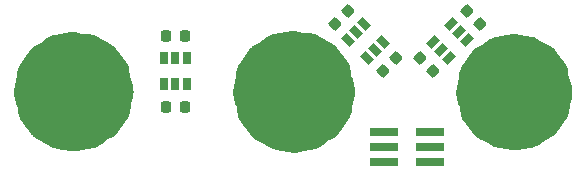
<source format=gbr>
%TF.GenerationSoftware,KiCad,Pcbnew,(6.0.10)*%
%TF.CreationDate,2023-01-10T11:01:26+01:00*%
%TF.ProjectId,Touchpad,546f7563-6870-4616-942e-6b696361645f,rev?*%
%TF.SameCoordinates,Original*%
%TF.FileFunction,Soldermask,Bot*%
%TF.FilePolarity,Negative*%
%FSLAX46Y46*%
G04 Gerber Fmt 4.6, Leading zero omitted, Abs format (unit mm)*
G04 Created by KiCad (PCBNEW (6.0.10)) date 2023-01-10 11:01:26*
%MOMM*%
%LPD*%
G01*
G04 APERTURE LIST*
G04 Aperture macros list*
%AMRoundRect*
0 Rectangle with rounded corners*
0 $1 Rounding radius*
0 $2 $3 $4 $5 $6 $7 $8 $9 X,Y pos of 4 corners*
0 Add a 4 corners polygon primitive as box body*
4,1,4,$2,$3,$4,$5,$6,$7,$8,$9,$2,$3,0*
0 Add four circle primitives for the rounded corners*
1,1,$1+$1,$2,$3*
1,1,$1+$1,$4,$5*
1,1,$1+$1,$6,$7*
1,1,$1+$1,$8,$9*
0 Add four rect primitives between the rounded corners*
20,1,$1+$1,$2,$3,$4,$5,0*
20,1,$1+$1,$4,$5,$6,$7,0*
20,1,$1+$1,$6,$7,$8,$9,0*
20,1,$1+$1,$8,$9,$2,$3,0*%
%AMRotRect*
0 Rectangle, with rotation*
0 The origin of the aperture is its center*
0 $1 length*
0 $2 width*
0 $3 Rotation angle, in degrees counterclockwise*
0 Add horizontal line*
21,1,$1,$2,0,0,$3*%
G04 Aperture macros list end*
%ADD10C,4.950510*%
%ADD11C,5.181282*%
%ADD12C,5.060510*%
%ADD13RoundRect,0.225000X0.225000X0.250000X-0.225000X0.250000X-0.225000X-0.250000X0.225000X-0.250000X0*%
%ADD14RoundRect,0.225000X0.017678X-0.335876X0.335876X-0.017678X-0.017678X0.335876X-0.335876X0.017678X0*%
%ADD15RotRect,1.060000X0.650000X225.000000*%
%ADD16RoundRect,0.225000X0.335876X0.017678X0.017678X0.335876X-0.335876X-0.017678X-0.017678X-0.335876X0*%
%ADD17R,0.650000X1.060000*%
%ADD18RoundRect,0.225000X-0.017678X0.335876X-0.335876X0.017678X0.017678X-0.335876X0.335876X-0.017678X0*%
%ADD19RotRect,1.060000X0.650000X315.000000*%
%ADD20R,2.400000X0.740000*%
G04 APERTURE END LIST*
%TO.C,TP3*%
D10*
X219825255Y-71543930D02*
G75*
G03*
X219825255Y-71543930I-2475255J0D01*
G01*
%TO.C,TP1*%
D11*
X201290641Y-71500000D02*
G75*
G03*
X201290641Y-71500000I-2590641J0D01*
G01*
%TO.C,TP2*%
D12*
X182580255Y-71493930D02*
G75*
G03*
X182580255Y-71493930I-2530255J0D01*
G01*
%TD*%
D13*
%TO.C,C3*%
X189429045Y-66775000D03*
X187879045Y-66775000D03*
%TD*%
D14*
%TO.C,C2*%
X206201992Y-69748008D03*
X207298008Y-68651992D03*
%TD*%
D15*
%TO.C,U3*%
X212006066Y-65750431D03*
X212677817Y-66422183D03*
X213349569Y-67093934D03*
X211793934Y-68649569D03*
X211122183Y-67977817D03*
X210450431Y-67306066D03*
%TD*%
D13*
%TO.C,C4*%
X189429045Y-72775000D03*
X187879045Y-72775000D03*
%TD*%
D16*
%TO.C,C6*%
X210448008Y-69748008D03*
X209351992Y-68651992D03*
%TD*%
D17*
%TO.C,U2*%
X187704045Y-68675000D03*
X188654045Y-68675000D03*
X189604045Y-68675000D03*
X189604045Y-70875000D03*
X188654045Y-70875000D03*
X187704045Y-70875000D03*
%TD*%
D18*
%TO.C,C1*%
X203298008Y-64651992D03*
X202201992Y-65748008D03*
%TD*%
D19*
%TO.C,U1*%
X203300431Y-67093934D03*
X203972183Y-66422183D03*
X204643934Y-65750431D03*
X206199569Y-67306066D03*
X205527817Y-67977817D03*
X204856066Y-68649569D03*
%TD*%
D20*
%TO.C,J1*%
X206350000Y-77420000D03*
X210250000Y-77420000D03*
X206350000Y-76150000D03*
X210250000Y-76150000D03*
X206350000Y-74880000D03*
X210250000Y-74880000D03*
%TD*%
D16*
%TO.C,C5*%
X214448008Y-65748008D03*
X213351992Y-64651992D03*
%TD*%
M02*

</source>
